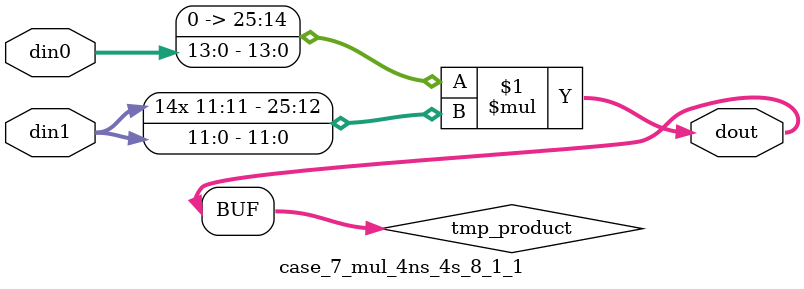
<source format=v>

`timescale 1 ns / 1 ps

 (* use_dsp = "no" *)  module case_7_mul_4ns_4s_8_1_1(din0, din1, dout);
parameter ID = 1;
parameter NUM_STAGE = 0;
parameter din0_WIDTH = 14;
parameter din1_WIDTH = 12;
parameter dout_WIDTH = 26;

input [din0_WIDTH - 1 : 0] din0; 
input [din1_WIDTH - 1 : 0] din1; 
output [dout_WIDTH - 1 : 0] dout;

wire signed [dout_WIDTH - 1 : 0] tmp_product;

























assign tmp_product = $signed({1'b0, din0}) * $signed(din1);










assign dout = tmp_product;





















endmodule

</source>
